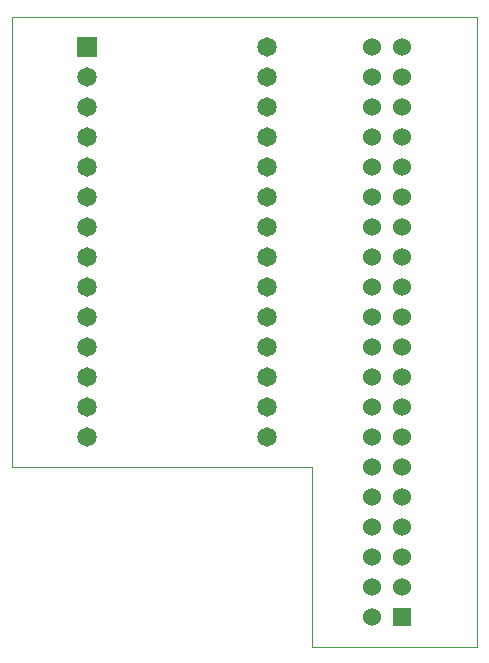
<source format=gts>
G04 (created by PCBNEW (2013-07-07 BZR 4022)-stable) date 8/19/2015 9:17:48 PM*
%MOIN*%
G04 Gerber Fmt 3.4, Leading zero omitted, Abs format*
%FSLAX34Y34*%
G01*
G70*
G90*
G04 APERTURE LIST*
%ADD10C,0.00590551*%
%ADD11C,0.00393701*%
%ADD12R,0.065X0.065*%
%ADD13C,0.065*%
%ADD14R,0.06X0.06*%
%ADD15C,0.06*%
G04 APERTURE END LIST*
G54D10*
G54D11*
X75000Y-61000D02*
X75000Y-46000D01*
X85000Y-61000D02*
X75000Y-61000D01*
X85000Y-67000D02*
X85000Y-61000D01*
X90500Y-67000D02*
X85000Y-67000D01*
X90500Y-46000D02*
X90500Y-67000D01*
X75000Y-46000D02*
X90500Y-46000D01*
G54D12*
X77500Y-47000D03*
G54D13*
X77500Y-48000D03*
X77500Y-49000D03*
X77500Y-50000D03*
X77500Y-51000D03*
X77500Y-52000D03*
X77500Y-53000D03*
X77500Y-54000D03*
X77500Y-55000D03*
X77500Y-56000D03*
X77500Y-57000D03*
X77500Y-58000D03*
X77500Y-59000D03*
X77500Y-60000D03*
X83500Y-60000D03*
X83500Y-59000D03*
X83500Y-58000D03*
X83500Y-57000D03*
X83500Y-56000D03*
X83500Y-55000D03*
X83500Y-54000D03*
X83500Y-53000D03*
X83500Y-52000D03*
X83500Y-51000D03*
X83500Y-50000D03*
X83500Y-49000D03*
X83500Y-48000D03*
X83500Y-47000D03*
G54D14*
X88000Y-66000D03*
G54D15*
X87000Y-66000D03*
X88000Y-65000D03*
X87000Y-65000D03*
X88000Y-64000D03*
X87000Y-64000D03*
X88000Y-63000D03*
X87000Y-63000D03*
X88000Y-62000D03*
X87000Y-62000D03*
X88000Y-61000D03*
X87000Y-61000D03*
X88000Y-60000D03*
X87000Y-60000D03*
X88000Y-59000D03*
X87000Y-59000D03*
X88000Y-58000D03*
X87000Y-58000D03*
X88000Y-57000D03*
X87000Y-57000D03*
X88000Y-56000D03*
X87000Y-56000D03*
X88000Y-55000D03*
X87000Y-55000D03*
X88000Y-54000D03*
X87000Y-54000D03*
X88000Y-53000D03*
X87000Y-53000D03*
X88000Y-52000D03*
X87000Y-52000D03*
X88000Y-51000D03*
X87000Y-51000D03*
X88000Y-50000D03*
X87000Y-50000D03*
X88000Y-49000D03*
X87000Y-49000D03*
X88000Y-48000D03*
X87000Y-48000D03*
X88000Y-47000D03*
X87000Y-47000D03*
M02*

</source>
